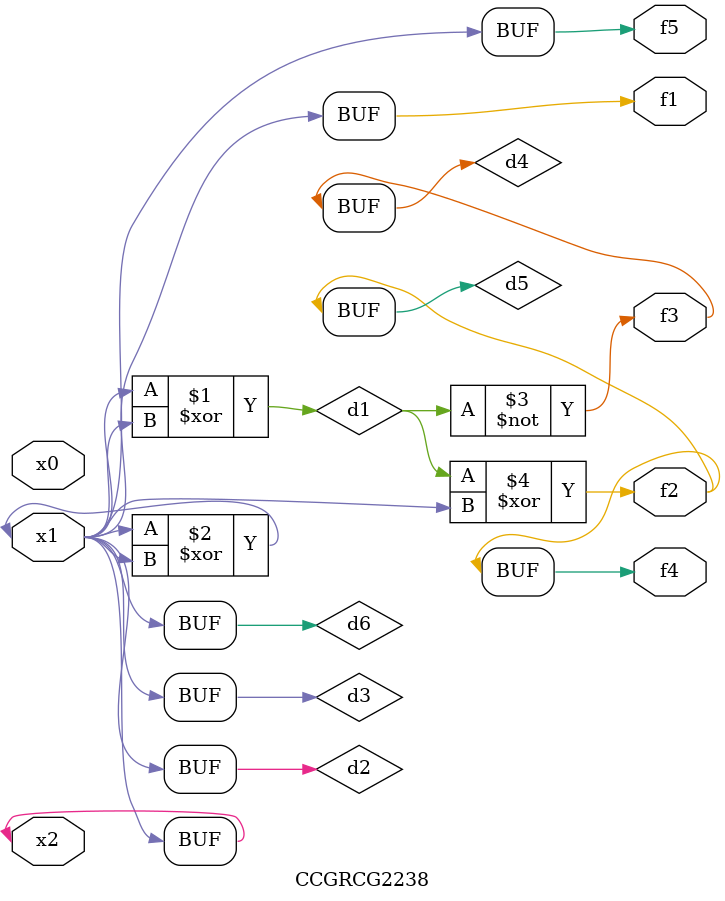
<source format=v>
module CCGRCG2238(
	input x0, x1, x2,
	output f1, f2, f3, f4, f5
);

	wire d1, d2, d3, d4, d5, d6;

	xor (d1, x1, x2);
	buf (d2, x1, x2);
	xor (d3, x1, x2);
	nor (d4, d1);
	xor (d5, d1, d2);
	buf (d6, d2, d3);
	assign f1 = d6;
	assign f2 = d5;
	assign f3 = d4;
	assign f4 = d5;
	assign f5 = d6;
endmodule

</source>
